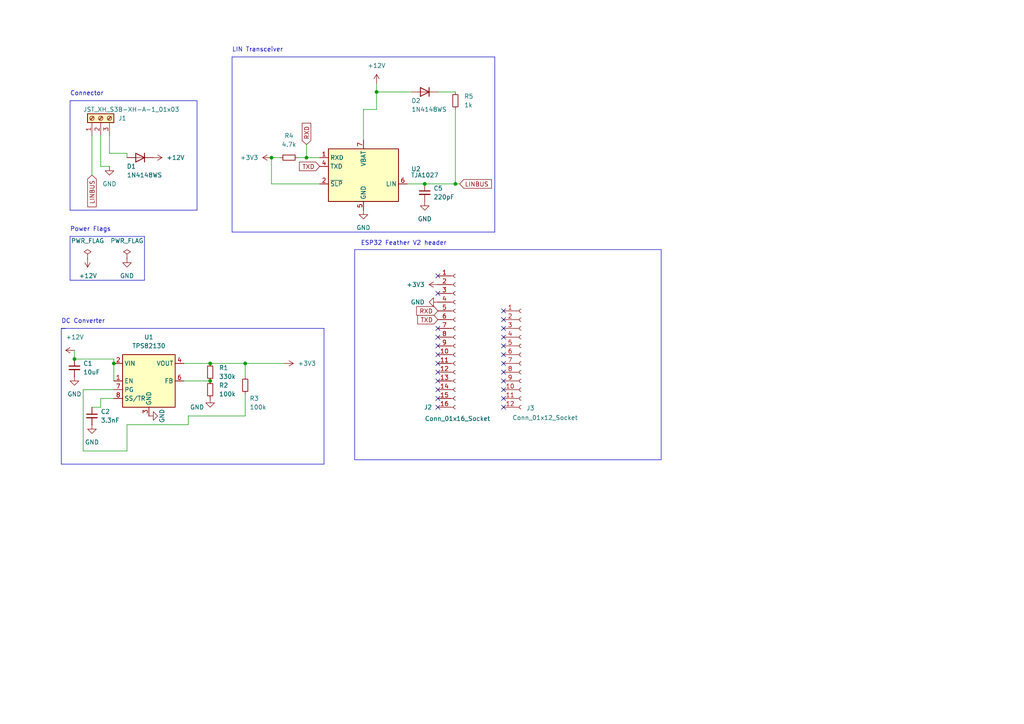
<source format=kicad_sch>
(kicad_sch (version 20250114) (generator "eeschema") (generator_version "9.0")
  (paper "A4")
  (title_block (title "ESP32 DevKit LG HVAC Controller Board") (date "2025-05-03") (rev "1.1"))
  (lib_symbols
    (symbol "Connector:Conn_01x12_Socket" (pin_names (offset 1.016) (hide yes))
      (property "Reference" "J" (at 0 15.24 0))
      (property "Value" "Conn_01x12_Socket" (at 0 -17.78 0))
      (symbol "Conn_01x12_Socket_1_1"
        (polyline (pts (xy -1.27 12.7) (xy -0.508 12.7)) (stroke (width 0.1524)))
        (polyline (pts (xy -1.27 10.16) (xy -0.508 10.16)) (stroke (width 0.1524)))
        (polyline (pts (xy -1.27 7.62) (xy -0.508 7.62)) (stroke (width 0.1524)))
        (polyline (pts (xy -1.27 5.08) (xy -0.508 5.08)) (stroke (width 0.1524)))
        (polyline (pts (xy -1.27 2.54) (xy -0.508 2.54)) (stroke (width 0.1524)))
        (polyline (pts (xy -1.27 0) (xy -0.508 0)) (stroke (width 0.1524)))
        (polyline (pts (xy -1.27 -2.54) (xy -0.508 -2.54)) (stroke (width 0.1524)))
        (polyline (pts (xy -1.27 -5.08) (xy -0.508 -5.08)) (stroke (width 0.1524)))
        (polyline (pts (xy -1.27 -7.62) (xy -0.508 -7.62)) (stroke (width 0.1524)))
        (polyline (pts (xy -1.27 -10.16) (xy -0.508 -10.16)) (stroke (width 0.1524)))
        (polyline (pts (xy -1.27 -12.7) (xy -0.508 -12.7)) (stroke (width 0.1524)))
        (polyline (pts (xy -1.27 -15.24) (xy -0.508 -15.24)) (stroke (width 0.1524)))
        (arc (start 0 12.192) (mid -0.5058 12.7) (end 0 13.208) (stroke (width 0.1524)))
        (arc (start 0 9.652) (mid -0.5058 10.16) (end 0 10.668) (stroke (width 0.1524)))
        (arc (start 0 7.112) (mid -0.5058 7.62) (end 0 8.128) (stroke (width 0.1524)))
        (arc (start 0 4.572) (mid -0.5058 5.08) (end 0 5.588) (stroke (width 0.1524)))
        (arc (start 0 2.032) (mid -0.5058 2.54) (end 0 3.048) (stroke (width 0.1524)))
        (arc (start 0 -0.508) (mid -0.5058 0) (end 0 0.508) (stroke (width 0.1524)))
        (arc (start 0 -3.048) (mid -0.5058 -2.54) (end 0 -2.032) (stroke (width 0.1524)))
        (arc (start 0 -5.588) (mid -0.5058 -5.08) (end 0 -4.572) (stroke (width 0.1524)))
        (arc (start 0 -8.128) (mid -0.5058 -7.62) (end 0 -7.112) (stroke (width 0.1524)))
        (arc (start 0 -10.668) (mid -0.5058 -10.16) (end 0 -9.652) (stroke (width 0.1524)))
        (arc (start 0 -13.208) (mid -0.5058 -12.7) (end 0 -12.192) (stroke (width 0.1524)))
        (arc (start 0 -15.748) (mid -0.5058 -15.24) (end 0 -14.732) (stroke (width 0.1524)))
        (pin passive line (at -5.08 12.7 0) (length 3.81) (name "Pin_1") (number "1"))
        (pin passive line (at -5.08 10.16 0) (length 3.81) (name "Pin_2") (number "2"))
        (pin passive line (at -5.08 7.62 0) (length 3.81) (name "Pin_3") (number "3"))
        (pin passive line (at -5.08 5.08 0) (length 3.81) (name "Pin_4") (number "4"))
        (pin passive line (at -5.08 2.54 0) (length 3.81) (name "Pin_5") (number "5"))
        (pin passive line (at -5.08 0 0) (length 3.81) (name "Pin_6") (number "6"))
        (pin passive line (at -5.08 -2.54 0) (length 3.81) (name "Pin_7") (number "7"))
        (pin passive line (at -5.08 -5.08 0) (length 3.81) (name "Pin_8") (number "8"))
        (pin passive line (at -5.08 -7.62 0) (length 3.81) (name "Pin_9") (number "9"))
        (pin passive line (at -5.08 -10.16 0) (length 3.81) (name "Pin_10") (number "10"))
        (pin passive line (at -5.08 -12.7 0) (length 3.81) (name "Pin_11") (number "11"))
        (pin passive line (at -5.08 -15.24 0) (length 3.81) (name "Pin_12") (number "12"))
      )
    )
    (symbol "Connector:Conn_01x16_Socket" (pin_names (offset 1.016) (hide yes))
      (property "Reference" "J" (at 0 20.32 0))
      (property "Value" "Conn_01x16_Socket" (at 0 -22.86 0))
      (symbol "Conn_01x16_Socket_1_1"
        (polyline (pts (xy -1.27 17.78) (xy -0.508 17.78)) (stroke (width 0.1524)))
        (polyline (pts (xy -1.27 15.24) (xy -0.508 15.24)) (stroke (width 0.1524)))
        (polyline (pts (xy -1.27 12.7) (xy -0.508 12.7)) (stroke (width 0.1524)))
        (polyline (pts (xy -1.27 10.16) (xy -0.508 10.16)) (stroke (width 0.1524)))
        (polyline (pts (xy -1.27 7.62) (xy -0.508 7.62)) (stroke (width 0.1524)))
        (polyline (pts (xy -1.27 5.08) (xy -0.508 5.08)) (stroke (width 0.1524)))
        (polyline (pts (xy -1.27 2.54) (xy -0.508 2.54)) (stroke (width 0.1524)))
        (polyline (pts (xy -1.27 0) (xy -0.508 0)) (stroke (width 0.1524)))
        (polyline (pts (xy -1.27 -2.54) (xy -0.508 -2.54)) (stroke (width 0.1524)))
        (polyline (pts (xy -1.27 -5.08) (xy -0.508 -5.08)) (stroke (width 0.1524)))
        (polyline (pts (xy -1.27 -7.62) (xy -0.508 -7.62)) (stroke (width 0.1524)))
        (polyline (pts (xy -1.27 -10.16) (xy -0.508 -10.16)) (stroke (width 0.1524)))
        (polyline (pts (xy -1.27 -12.7) (xy -0.508 -12.7)) (stroke (width 0.1524)))
        (polyline (pts (xy -1.27 -15.24) (xy -0.508 -15.24)) (stroke (width 0.1524)))
        (polyline (pts (xy -1.27 -17.78) (xy -0.508 -17.78)) (stroke (width 0.1524)))
        (polyline (pts (xy -1.27 -20.32) (xy -0.508 -20.32)) (stroke (width 0.1524)))
        (arc (start 0 17.272) (mid -0.5058 17.78) (end 0 18.288) (stroke (width 0.1524)))
        (arc (start 0 14.732) (mid -0.5058 15.24) (end 0 15.748) (stroke (width 0.1524)))
        (arc (start 0 12.192) (mid -0.5058 12.7) (end 0 13.208) (stroke (width 0.1524)))
        (arc (start 0 9.652) (mid -0.5058 10.16) (end 0 10.668) (stroke (width 0.1524)))
        (arc (start 0 7.112) (mid -0.5058 7.62) (end 0 8.128) (stroke (width 0.1524)))
        (arc (start 0 4.572) (mid -0.5058 5.08) (end 0 5.588) (stroke (width 0.1524)))
        (arc (start 0 2.032) (mid -0.5058 2.54) (end 0 3.048) (stroke (width 0.1524)))
        (arc (start 0 -0.508) (mid -0.5058 0) (end 0 0.508) (stroke (width 0.1524)))
        (arc (start 0 -3.048) (mid -0.5058 -2.54) (end 0 -2.032) (stroke (width 0.1524)))
        (arc (start 0 -5.588) (mid -0.5058 -5.08) (end 0 -4.572) (stroke (width 0.1524)))
        (arc (start 0 -8.128) (mid -0.5058 -7.62) (end 0 -7.112) (stroke (width 0.1524)))
        (arc (start 0 -10.668) (mid -0.5058 -10.16) (end 0 -9.652) (stroke (width 0.1524)))
        (arc (start 0 -13.208) (mid -0.5058 -12.7) (end 0 -12.192) (stroke (width 0.1524)))
        (arc (start 0 -15.748) (mid -0.5058 -15.24) (end 0 -14.732) (stroke (width 0.1524)))
        (arc (start 0 -18.288) (mid -0.5058 -17.78) (end 0 -17.272) (stroke (width 0.1524)))
        (arc (start 0 -20.828) (mid -0.5058 -20.32) (end 0 -19.812) (stroke (width 0.1524)))
        (pin passive line (at -5.08 17.78 0) (length 3.81) (name "Pin_1") (number "1"))
        (pin passive line (at -5.08 15.24 0) (length 3.81) (name "Pin_2") (number "2"))
        (pin passive line (at -5.08 12.7 0) (length 3.81) (name "Pin_3") (number "3"))
        (pin passive line (at -5.08 10.16 0) (length 3.81) (name "Pin_4") (number "4"))
        (pin passive line (at -5.08 7.62 0) (length 3.81) (name "Pin_5") (number "5"))
        (pin passive line (at -5.08 5.08 0) (length 3.81) (name "Pin_6") (number "6"))
        (pin passive line (at -5.08 2.54 0) (length 3.81) (name "Pin_7") (number "7"))
        (pin passive line (at -5.08 0 0) (length 3.81) (name "Pin_8") (number "8"))
        (pin passive line (at -5.08 -2.54 0) (length 3.81) (name "Pin_9") (number "9"))
        (pin passive line (at -5.08 -5.08 0) (length 3.81) (name "Pin_10") (number "10"))
        (pin passive line (at -5.08 -7.62 0) (length 3.81) (name "Pin_11") (number "11"))
        (pin passive line (at -5.08 -10.16 0) (length 3.81) (name "Pin_12") (number "12"))
        (pin passive line (at -5.08 -12.7 0) (length 3.81) (name "Pin_13") (number "13"))
        (pin passive line (at -5.08 -15.24 0) (length 3.81) (name "Pin_14") (number "14"))
        (pin passive line (at -5.08 -17.78 0) (length 3.81) (name "Pin_15") (number "15"))
        (pin passive line (at -5.08 -20.32 0) (length 3.81) (name "Pin_16") (number "16"))
      )
    )
    (symbol "Connector:Screw_Terminal_01x03" (pin_names (offset 1.016) (hide yes))
      (property "Reference" "J" (at 0 5.08 0))
      (property "Value" "Screw_Terminal_01x03" (at 0 -5.08 0))
      (symbol "Screw_Terminal_01x03_1_1"
        (rectangle (start -1.27 3.81) (end 1.27 -3.81) (stroke (width 0.254)) (fill (type background)))
        (polyline (pts (xy -0.5334 2.8702) (xy 0.3302 2.032)) (stroke (width 0.1524)))
        (polyline (pts (xy -0.5334 0.3302) (xy 0.3302 -0.508)) (stroke (width 0.1524)))
        (polyline (pts (xy -0.5334 -2.2098) (xy 0.3302 -3.048)) (stroke (width 0.1524)))
        (polyline (pts (xy -0.3556 3.048) (xy 0.508 2.2098)) (stroke (width 0.1524)))
        (polyline (pts (xy -0.3556 0.508) (xy 0.508 -0.3302)) (stroke (width 0.1524)))
        (polyline (pts (xy -0.3556 -2.032) (xy 0.508 -2.8702)) (stroke (width 0.1524)))
        (circle (center 0 2.54) (radius 0.635) (stroke (width 0.1524)))
        (circle (center 0 0) (radius 0.635) (stroke (width 0.1524)))
        (circle (center 0 -2.54) (radius 0.635) (stroke (width 0.1524)))
        (pin passive line (at -5.08 2.54 0) (length 3.81) (name "Pin_1") (number "1"))
        (pin passive line (at -5.08 0 0) (length 3.81) (name "Pin_2") (number "2"))
        (pin passive line (at -5.08 -2.54 0) (length 3.81) (name "Pin_3") (number "3"))
      )
    )
    (symbol "Device:C_Small" (pin_numbers (hide yes)) (pin_names (offset 0.254) (hide yes))
      (property "Reference" "C" (at 0.254 1.778 0))
      (property "Value" "C_Small" (at 0.254 -2.032 0))
      (symbol "C_Small_0_1"
        (polyline (pts (xy -1.524 0.508) (xy 1.524 0.508)) (stroke (width 0.3048)))
        (polyline (pts (xy -1.524 -0.508) (xy 1.524 -0.508)) (stroke (width 0.3302)))
      )
      (symbol "C_Small_1_1"
        (pin passive line (at 0 2.54 270) (length 2.032) (name "~") (number "1"))
        (pin passive line (at 0 -2.54 90) (length 2.032) (name "~") (number "2"))
      )
    )
    (symbol "Device:R_Small" (pin_numbers (hide yes)) (pin_names (offset 0.254) (hide yes))
      (property "Reference" "R" (at 0 0 90))
      (property "Value" "R_Small" (at 1.778 0 90))
      (symbol "R_Small_0_1"
        (rectangle (start -0.762 1.778) (end 0.762 -1.778) (stroke (width 0.2032)))
      )
      (symbol "R_Small_1_1"
        (pin passive line (at 0 2.54 270) (length 0.762) (name "~") (number "1"))
        (pin passive line (at 0 -2.54 90) (length 0.762) (name "~") (number "2"))
      )
    )
    (symbol "Diode:1N4148WS" (pin_numbers (hide yes)) (pin_names (hide yes))
      (property "Reference" "D" (at 0 2.54 0))
      (property "Value" "1N4148WS" (at 0 -2.54 0))
      (symbol "1N4148WS_0_1"
        (polyline (pts (xy -1.27 1.27) (xy -1.27 -1.27)) (stroke (width 0.254)))
        (polyline (pts (xy 1.27 1.27) (xy 1.27 -1.27) (xy -1.27 0) (xy 1.27 1.27)) (stroke (width 0.254)))
        (polyline (pts (xy 1.27 0) (xy -1.27 0)))
      )
      (symbol "1N4148WS_1_1"
        (pin passive line (at -3.81 0 0) (length 2.54) (name "K") (number "1"))
        (pin passive line (at 3.81 0 180) (length 2.54) (name "A") (number "2"))
      )
    )
    (symbol "Interface_CAN_LIN:TJA1029T"
      (property "Reference" "U" (at -10.16 8.89 0))
      (property "Value" "TJA1029T" (at 1.27 8.89 0))
      (symbol "TJA1029T_0_1"
        (rectangle (start -10.16 7.62) (end 10.16 -7.62) (stroke (width 0.254)) (fill (type background)))
      )
      (symbol "TJA1029T_1_1"
        (pin open_collector line (at -12.7 5.08 0) (length 2.54) (name "RXD") (number "1"))
        (pin input line (at -12.7 2.54 0) (length 2.54) (name "TXD") (number "4"))
        (pin input line (at -12.7 -2.54 0) (length 2.54) (name "~{SLP}") (number "2"))
        (pin no_connect line (at -10.16 -5.08 0) (length 2.54) (hide yes) (name "NC") (number "3"))
        (pin power_in line (at 0 10.16 270) (length 2.54) (name "VBAT") (number "7"))
        (pin power_in line (at 0 -10.16 90) (length 2.54) (name "GND") (number "5"))
        (pin no_connect line (at 10.16 2.54 180) (length 2.54) (hide yes) (name "NC") (number "8"))
        (pin bidirectional line (at 12.7 -2.54 180) (length 2.54) (name "LIN") (number "6"))
      )
    )
    (symbol "Regulator_Switching:TPS82130"
      (property "Reference" "U" (at 1.27 11.43 0))
      (property "Value" "TPS82130" (at 5.08 8.89 0))
      (symbol "TPS82130_0_1"
        (rectangle (start -7.62 7.62) (end 7.62 -7.62) (stroke (width 0.254)) (fill (type background)))
      )
      (symbol "TPS82130_1_1"
        (pin power_in line (at -10.16 5.08 0) (length 2.54) (name "VIN") (number "2"))
        (pin input line (at -10.16 0 0) (length 2.54) (name "EN") (number "1"))
        (pin open_collector line (at -10.16 -2.54 0) (length 2.54) (name "PG") (number "7"))
        (pin input line (at -10.16 -5.08 0) (length 2.54) (name "SS/TR") (number "8"))
        (pin power_in line (at 0 -10.16 90) (length 2.54) (name "GND") (number "3"))
        (pin passive line (at 0 -10.16 90) (length 2.54) (hide yes) (name "GND") (number "9"))
        (pin power_out line (at 10.16 5.08 180) (length 2.54) (name "VOUT") (number "4"))
        (pin passive line (at 10.16 5.08 180) (length 2.54) (hide yes) (name "VOUT") (number "5"))
        (pin input line (at 10.16 0 180) (length 2.54) (name "FB") (number "6"))
      )
    )
    (symbol "power:+12V" (power) (pin_numbers (hide yes)) (pin_names (offset 0) (hide yes))
      (property "Value" "+12V" (at 0 3.556 0))
      (symbol "+12V_0_1"
        (polyline (pts (xy -0.762 1.27) (xy 0 2.54)))
        (polyline (pts (xy 0 2.54) (xy 0.762 1.27)))
        (polyline (pts (xy 0 0) (xy 0 2.54)))
      )
      (symbol "+12V_1_1"
        (pin power_in line (at 0 0 90) (length 0) (name "~") (number "1"))
      )
    )
    (symbol "power:+3.3V" (power) (pin_numbers (hide yes)) (pin_names (offset 0) (hide yes))
      (property "Value" "+3.3V" (at 0 3.556 0))
      (symbol "+3.3V_0_1"
        (polyline (pts (xy -0.762 1.27) (xy 0 2.54)))
        (polyline (pts (xy 0 2.54) (xy 0.762 1.27)))
        (polyline (pts (xy 0 0) (xy 0 2.54)))
      )
      (symbol "+3.3V_1_1"
        (pin power_in line (at 0 0 90) (length 0) (name "~") (number "1"))
      )
    )
    (symbol "power:GND" (power) (pin_numbers (hide yes)) (pin_names (offset 0) (hide yes))
      (property "Value" "GND" (at 0 -3.81 0))
      (symbol "GND_0_1"
        (polyline (pts (xy 0 0) (xy 0 -1.27) (xy 1.27 -1.27) (xy 0 -2.54) (xy -1.27 -1.27) (xy 0 -1.27)))
      )
      (symbol "GND_1_1"
        (pin power_in line (at 0 0 270) (length 0) (name "~") (number "1"))
      )
    )
    (symbol "power:PWR_FLAG" (power) (pin_numbers (hide yes)) (pin_names (offset 0) (hide yes))
      (property "Value" "PWR_FLAG" (at 0 3.81 0))
      (symbol "PWR_FLAG_0_0"
        (pin power_out line (at 0 0 90) (length 0) (name "~") (number "1"))
      )
      (symbol "PWR_FLAG_0_1"
        (polyline (pts (xy 0 0) (xy 0 1.27) (xy -1.016 1.905) (xy 0 2.54) (xy 1.016 1.905) (xy 0 1.27)))
      )
    )
  )
  (text "DC Converter" (at 17.78 93.98 0) (effects (font (size 1.27 1.27)) (justify left bottom)))
  (text "Connector" (at 20.32 27.94 0) (effects (font (size 1.27 1.27)) (justify left bottom)))
  (text "LIN Transceiver" (at 67.31 15.24 0) (effects (font (size 1.27 1.27)) (justify left bottom)))
  (text "Power Flags" (at 20.32 67.31 0) (effects (font (size 1.27 1.27)) (justify left bottom)))
  (text "ESP32 Feather V2 header" (at 117.094 70.612 0) (effects (font (size 1.27 1.27))))
  (junction (at 21.59 104.14))
  (junction (at 123.19 53.34))
  (junction (at 71.12 105.41))
  (junction (at 33.02 105.41))
  (junction (at 60.96 110.49))
  (junction (at 132.08 53.34))
  (junction (at 60.96 105.41))
  (junction (at 78.74 45.72))
  (junction (at 88.9 45.72))
  (junction (at 109.22 26.67))
  (no_connect (at 127 115.57))
  (no_connect (at 127 95.25))
  (no_connect (at 127 102.87))
  (no_connect (at 146.05 107.95))
  (no_connect (at 146.05 100.33))
  (no_connect (at 146.05 95.25))
  (no_connect (at 146.05 97.79))
  (no_connect (at 146.05 115.57))
  (no_connect (at 127 80.01))
  (no_connect (at 146.05 113.03))
  (no_connect (at 127 100.33))
  (no_connect (at 127 105.41))
  (no_connect (at 146.05 105.41))
  (no_connect (at 127 110.49))
  (no_connect (at 146.05 110.49))
  (no_connect (at 127 107.95))
  (no_connect (at 146.05 102.87))
  (no_connect (at 127 113.03))
  (no_connect (at 146.05 90.17))
  (no_connect (at 127 97.79))
  (no_connect (at 127 85.09))
  (no_connect (at 146.05 118.11))
  (no_connect (at 127 118.11))
  (no_connect (at 146.05 92.71))
  (wire (pts (xy 53.34 110.49) (xy 60.96 110.49)))
  (wire (pts (xy 88.9 45.72) (xy 92.71 45.72)))
  (wire (pts (xy 118.11 53.34) (xy 123.19 53.34)))
  (wire (pts (xy 36.83 130.81) (xy 36.83 123.19)))
  (wire (pts (xy 53.34 105.41) (xy 60.96 105.41)))
  (wire (pts (xy 71.12 105.41) (xy 71.12 109.22)))
  (wire (pts (xy 33.02 105.41) (xy 33.02 110.49)))
  (polyline (pts (xy 57.15 60.96) (xy 20.32 60.96)))
  (polyline (pts (xy 41.91 68.58) (xy 41.91 81.28)))
  (polyline (pts (xy 93.98 134.62) (xy 17.78 134.62)))
  (wire (pts (xy 132.08 53.34) (xy 133.35 53.34)))
  (wire (pts (xy 26.67 39.37) (xy 26.67 50.8)))
  (wire (pts (xy 78.74 45.72) (xy 81.28 45.72)))
  (polyline (pts (xy 191.77 72.39) (xy 191.77 133.35)))
  (wire (pts (xy 29.21 39.37) (xy 29.21 48.26)))
  (polyline (pts (xy 17.78 95.25) (xy 93.98 95.25)))
  (polyline (pts (xy 20.32 29.21) (xy 57.15 29.21)))
  (wire (pts (xy 24.13 113.03) (xy 24.13 130.81)))
  (polyline (pts (xy 20.32 29.21) (xy 20.32 60.96)))
  (wire (pts (xy 71.12 105.41) (xy 82.55 105.41)))
  (polyline (pts (xy 57.15 29.21) (xy 57.15 60.96)))
  (wire (pts (xy 21.59 101.6) (xy 21.59 104.14)))
  (wire (pts (xy 88.9 41.91) (xy 88.9 45.72)))
  (wire (pts (xy 24.13 130.81) (xy 36.83 130.81)))
  (wire (pts (xy 31.75 44.45) (xy 31.75 39.37)))
  (wire (pts (xy 26.67 118.11) (xy 29.21 118.11)))
  (polyline (pts (xy 20.32 68.58) (xy 41.91 68.58)))
  (wire (pts (xy 33.02 104.14) (xy 33.02 105.41)))
  (wire (pts (xy 54.61 120.65) (xy 71.12 120.65)))
  (wire (pts (xy 36.83 44.45) (xy 31.75 44.45)))
  (wire (pts (xy 127 26.67) (xy 132.08 26.67)))
  (wire (pts (xy 54.61 123.19) (xy 54.61 120.65)))
  (wire (pts (xy 105.41 40.64) (xy 105.41 31.75)))
  (wire (pts (xy 109.22 24.13) (xy 109.22 26.67)))
  (wire (pts (xy 105.41 31.75) (xy 109.22 31.75)))
  (polyline (pts (xy 41.91 81.28) (xy 20.32 81.28)))
  (polyline (pts (xy 17.78 95.25) (xy 19.05 95.25)))
  (wire (pts (xy 86.36 45.72) (xy 88.9 45.72)))
  (wire (pts (xy 71.12 114.3) (xy 71.12 120.65)))
  (wire (pts (xy 31.75 48.26) (xy 29.21 48.26)))
  (polyline (pts (xy 67.31 16.51) (xy 67.31 67.31)))
  (polyline (pts (xy 191.77 133.35) (xy 102.87 133.35)))
  (wire (pts (xy 109.22 26.67) (xy 119.38 26.67)))
  (polyline (pts (xy 17.78 134.62) (xy 17.78 95.25)))
  (wire (pts (xy 109.22 26.67) (xy 109.22 31.75)))
  (wire (pts (xy 36.83 123.19) (xy 54.61 123.19)))
  (wire (pts (xy 123.19 53.34) (xy 132.08 53.34)))
  (polyline (pts (xy 67.31 16.51) (xy 143.51 16.51)))
  (wire (pts (xy 60.96 105.41) (xy 71.12 105.41)))
  (wire (pts (xy 33.02 115.57) (xy 29.21 115.57)))
  (polyline (pts (xy 102.87 72.39) (xy 102.87 133.35)))
  (wire (pts (xy 21.59 104.14) (xy 33.02 104.14)))
  (polyline (pts (xy 67.31 67.31) (xy 143.51 67.31)))
  (wire (pts (xy 132.08 31.75) (xy 132.08 53.34)))
  (wire (pts (xy 92.71 53.34) (xy 78.74 53.34)))
  (wire (pts (xy 78.74 53.34) (xy 78.74 45.72)))
  (wire (pts (xy 36.83 44.45) (xy 36.83 45.72)))
  (wire (pts (xy 33.02 113.03) (xy 24.13 113.03)))
  (polyline (pts (xy 102.87 72.39) (xy 191.77 72.39)))
  (polyline (pts (xy 143.51 67.31) (xy 143.51 16.51)))
  (polyline (pts (xy 20.32 68.58) (xy 20.32 81.28)))
  (wire (pts (xy 29.21 118.11) (xy 29.21 115.57)))
  (polyline (pts (xy 93.98 95.25) (xy 93.98 134.62)))
  (global_label "LINBUS" (shape input) (at 133.35 53.34 0) (property "Intersheetrefs" "${INTERSHEET_REFS}" (effects (hide yes))))
  (global_label "TXD" (shape input) (at 92.71 48.26 180) (property "Intersheetrefs" "${INTERSHEET_REFS}" (effects (hide yes))))
  (global_label "LINBUS" (shape input) (at 26.67 50.8 270) (property "Intersheetrefs" "${INTERSHEET_REFS}" (effects (hide yes))))
  (global_label "RXD" (shape input) (at 127 90.17 180) (property "Intersheetrefs" "${INTERSHEET_REFS}" (effects (hide yes))))
  (global_label "RXD" (shape input) (at 88.9 41.91 90) (property "Intersheetrefs" "${INTERSHEET_REFS}" (effects (hide yes))))
  (global_label "TXD" (shape input) (at 127 92.71 180) (property "Intersheetrefs" "${INTERSHEET_REFS}" (effects (hide yes))))
  (symbol (lib_id "Connector:Conn_01x16_Socket") (at 132.08 97.79 0) (unit 1)
    (property "Reference" "J2" (at 122.936 118.11 0) (effects (justify left)))
    (property "Value" "Conn_01x16_Socket" (at 123.19 121.412 0) (effects (justify left)))
    (property "Footprint" "Connector_PinSocket_2.54mm:PinSocket_1x16_P2.54mm_Vertical" (effects (hide yes)))
    (property "Description" "Generic connector, single row, 01x16, script generated" (effects (hide yes)))
  )
  (symbol (lib_id "power:+3.3V") (at 82.55 105.41 270) (unit 1)
    (property "Reference" "#PWR0113" (effects (hide yes)))
    (property "Value" "+3V3" (at 86.36 105.4099 90) (effects (justify left)))
  )
  (symbol (lib_id "power:GND") (at 105.41 60.96 0) (unit 1)
    (property "Reference" "#PWR0105" (effects (hide yes)))
    (property "Value" "GND" (at 105.41 66.04 0))
  )
  (symbol (lib_id "power:PWR_FLAG") (at 25.4 74.93 0) (unit 1)
    (property "Reference" "#FLG0101" (effects (hide yes)))
    (property "Value" "PWR_FLAG" (at 25.4 69.85 0))
  )
  (symbol (lib_id "Device:R_Small") (at 132.08 29.21 0) (unit 1)
    (property "Reference" "R5" (at 134.62 27.9399 0) (effects (justify left)))
    (property "Value" "1k" (at 134.62 30.4799 0) (effects (justify left)))
    (property "Footprint" "Resistor_SMD:R_0805_2012Metric" (effects (hide yes)))
    (property "LCSC" "C17513" (effects (hide yes)))
  )
  (symbol (lib_id "power:+12V") (at 109.22 24.13 0) (unit 1)
    (property "Reference" "#PWR0103" (effects (hide yes)))
    (property "Value" "+12V" (at 109.22 19.05 0))
  )
  (symbol (lib_id "Regulator_Switching:TPS82130") (at 43.18 110.49 0) (unit 1)
    (property "Reference" "U1" (at 43.18 97.79 0))
    (property "Value" "TPS82130" (at 43.18 100.33 0))
    (property "Footprint" "Package_LGA:Texas_SIL0008D_MicroSiP-8-1EP_2.8x3mm_P0.65mm_EP1.1x1.9mm_ThermalVias" (effects (hide yes)))
    (property "Datasheet" "http://www.ti.com/lit/ds/symlink/tps82130.pdf" (effects (hide yes)))
    (property "Description" "17V Input 3A Step-Down Converter MicroSiP Module with Integrated Inductor, μSiL-8" (effects (hide yes)))
    (property "LCSC" "C473914" (effects (hide yes)))
  )
  (symbol (lib_id "power:GND") (at 60.96 115.57 0) (unit 1)
    (property "Reference" "#PWR0102" (effects (hide yes)))
    (property "Value" "GND" (at 57.15 118.11 0))
  )
  (symbol (lib_id "Device:R_Small") (at 83.82 45.72 90) (unit 1)
    (property "Reference" "R4" (at 83.82 39.37 90))
    (property "Value" "4.7k" (at 83.82 41.91 90))
    (property "Footprint" "Resistor_SMD:R_0805_2012Metric" (effects (hide yes)))
    (property "LCSC" "C17673" (effects (hide yes)))
  )
  (symbol (lib_id "power:GND") (at 43.18 120.65 90) (unit 1)
    (property "Reference" "#PWR0101" (effects (hide yes)))
    (property "Value" "GND" (at 46.99 120.65 0))
  )
  (symbol (lib_id "power:GND") (at 31.75 48.26 0) (unit 1)
    (property "Reference" "#PWR0104" (effects (hide yes)))
    (property "Value" "GND" (at 31.75 53.34 0))
  )
  (symbol (lib_id "Device:C_Small") (at 123.19 55.88 0) (unit 1)
    (property "Reference" "C5" (at 125.73 54.6162 0) (effects (justify left)))
    (property "Value" "220pF" (at 125.73 57.1562 0) (effects (justify left)))
    (property "Footprint" "Capacitor_SMD:C_0402_1005Metric" (effects (hide yes)))
    (property "LCSC" "C343058" (effects (hide yes)))
  )
  (symbol (lib_id "power:+3.3V") (at 127 82.55 90) (unit 1)
    (property "Reference" "#PWR0118" (effects (hide yes)))
    (property "Value" "+3V3" (at 123.19 82.5499 90) (effects (justify left)))
  )
  (symbol (lib_id "power:GND") (at 127 87.63 270) (unit 1)
    (property "Reference" "#PWR02" (effects (hide yes)))
    (property "Value" "GND" (at 123.19 87.6299 90) (effects (justify right)))
    (property "Description" "Power symbol creates a global label with name \"GND\" , ground" (effects (hide yes)))
  )
  (symbol (lib_id "power:+12V") (at 21.59 101.6 90) (unit 1)
    (property "Reference" "#PWR0112" (effects (hide yes)))
    (property "Value" "+12V" (at 19.05 97.79 90) (effects (justify right)))
  )
  (symbol (lib_id "power:GND") (at 36.83 74.93 0) (unit 1)
    (property "Reference" "#PWR0119" (effects (hide yes)))
    (property "Value" "GND" (at 36.83 80.01 0))
  )
  (symbol (lib_id "power:GND") (at 21.59 109.22 0) (unit 1)
    (property "Reference" "#PWR0111" (effects (hide yes)))
    (property "Value" "GND" (at 21.59 114.3 0))
  )
  (symbol (lib_id "power:GND") (at 26.67 123.19 0) (unit 1)
    (property "Reference" "#PWR0110" (effects (hide yes)))
    (property "Value" "GND" (at 26.67 128.27 0))
  )
  (symbol (lib_id "Device:C_Small") (at 26.67 120.65 0) (unit 1)
    (property "Reference" "C2" (at 29.21 119.3862 0) (effects (justify left)))
    (property "Value" "3.3nF" (at 29.21 121.9262 0) (effects (justify left)))
    (property "Footprint" "Capacitor_SMD:C_0402_1005Metric" (effects (hide yes)))
    (property "LCSC" "C26404" (effects (hide yes)))
  )
  (symbol (lib_id "power:+12V") (at 25.4 74.93 180) (unit 1)
    (property "Reference" "#PWR0120" (effects (hide yes)))
    (property "Value" "+12V" (at 22.86 80.01 0) (effects (justify right)))
  )
  (symbol (lib_id "Device:C_Small") (at 21.59 106.68 0) (unit 1)
    (property "Reference" "C1" (at 24.13 105.4162 0) (effects (justify left)))
    (property "Value" "10uF" (at 24.13 107.9562 0) (effects (justify left)))
    (property "Footprint" "Capacitor_SMD:C_1210_3225Metric" (effects (hide yes)))
    (property "LCSC" "C92834" (effects (hide yes)))
  )
  (symbol (lib_id "Diode:1N4148WS") (at 40.64 45.72 180) (unit 1)
    (property "Reference" "D1" (at 38.1 48.26 0))
    (property "Value" "1N4148WS" (at 41.91 50.8 0))
    (property "Footprint" "Diode_SMD:D_SOD-323" (effects (hide yes)))
    (property "Datasheet" "https://www.vishay.com/docs/85751/1n4148ws.pdf" (effects (hide yes)))
    (property "LCSC" "C727111" (effects (hide yes)))
  )
  (symbol (lib_id "power:PWR_FLAG") (at 36.83 74.93 0) (unit 1)
    (property "Reference" "#FLG0102" (effects (hide yes)))
    (property "Value" "PWR_FLAG" (at 36.83 69.85 0))
  )
  (symbol (lib_id "Device:R_Small") (at 60.96 113.03 180) (unit 1)
    (property "Reference" "R2" (at 63.5 111.7599 0) (effects (justify right)))
    (property "Value" "100k" (at 63.5 114.2999 0) (effects (justify right)))
    (property "Footprint" "Resistor_SMD:R_0805_2012Metric" (effects (hide yes)))
    (property "LCSC" "C149504" (effects (hide yes)))
  )
  (symbol (lib_id "Interface_CAN_LIN:TJA1029T") (at 105.41 50.8 0) (unit 1)
    (property "Reference" "U2" (at 120.65 49.0093 0))
    (property "Value" "TJA1027" (at 123.19 50.8 0))
    (property "Footprint" "Package_SO:SOIC-8_3.9x4.9mm_P1.27mm" (effects (hide yes)))
    (property "Datasheet" "http://www.nxp.com/docs/en/data-sheet/TJA1029.pdf" (effects (hide yes)))
    (property "LCSC" "C194371" (effects (hide yes)))
  )
  (symbol (lib_id "power:+3.3V") (at 78.74 45.72 90) (unit 1)
    (property "Reference" "#PWR0108" (effects (hide yes)))
    (property "Value" "+3V3" (at 74.93 45.7199 90) (effects (justify left)))
  )
  (symbol (lib_id "Connector:Screw_Terminal_01x03") (at 29.21 34.29 90) (unit 1)
    (property "Reference" "J1" (at 34.29 34.29 90) (effects (justify right)))
    (property "Value" "JST_XH_S3B-XH-A-1_01x03" (at 24.13 31.75 90) (effects (justify right)))
    (property "Footprint" "Connector_JST:JST_XH_S3B-XH-A-1_1x03_P2.50mm_Horizontal" (effects (hide yes)))
    (property "LCSC" "C157928" (effects (hide yes)))
  )
  (symbol (lib_id "Connector:Conn_01x12_Socket") (at 151.13 102.87 0) (unit 1)
    (property "Reference" "J3" (at 152.654 118.364 0) (effects (justify left)))
    (property "Value" "Conn_01x12_Socket" (at 148.59 121.158 0) (effects (justify left)))
    (property "Footprint" "Connector_PinSocket_2.54mm:PinSocket_1x12_P2.54mm_Vertical" (effects (hide yes)))
    (property "Description" "Generic connector, single row, 01x12, script generated" (effects (hide yes)))
  )
  (symbol (lib_id "Device:R_Small") (at 71.12 111.76 180) (unit 1)
    (property "Reference" "R3" (at 72.39 115.57 0) (effects (justify right)))
    (property "Value" "100k" (at 72.39 118.11 0) (effects (justify right)))
    (property "Footprint" "Resistor_SMD:R_0805_2012Metric" (effects (hide yes)))
    (property "LCSC" "C149504" (effects (hide yes)))
  )
  (symbol (lib_id "power:GND") (at 123.19 58.42 0) (unit 1)
    (property "Reference" "#PWR0106" (effects (hide yes)))
    (property "Value" "GND" (at 123.19 63.5 0))
  )
  (symbol (lib_id "Diode:1N4148WS") (at 123.19 26.67 180) (unit 1)
    (property "Reference" "D2" (at 120.65 29.21 0))
    (property "Value" "1N4148WS" (at 124.46 31.75 0))
    (property "Footprint" "Diode_SMD:D_SOD-323" (effects (hide yes)))
    (property "Datasheet" "https://www.vishay.com/docs/85751/1n4148ws.pdf" (effects (hide yes)))
    (property "LCSC" "C727111" (effects (hide yes)))
  )
  (symbol (lib_id "Device:R_Small") (at 60.96 107.95 180) (unit 1)
    (property "Reference" "R1" (at 63.5 106.6799 0) (effects (justify right)))
    (property "Value" "330k" (at 63.5 109.2199 0) (effects (justify right)))
    (property "Footprint" "Resistor_SMD:R_0805_2012Metric" (effects (hide yes)))
    (property "LCSC" "C17629" (effects (hide yes)))
  )
  (symbol (lib_id "power:+12V") (at 44.45 45.72 270) (unit 1)
    (property "Reference" "#PWR0107" (effects (hide yes)))
    (property "Value" "+12V" (at 48.26 45.7199 90) (effects (justify left)))
  )
)
</source>
